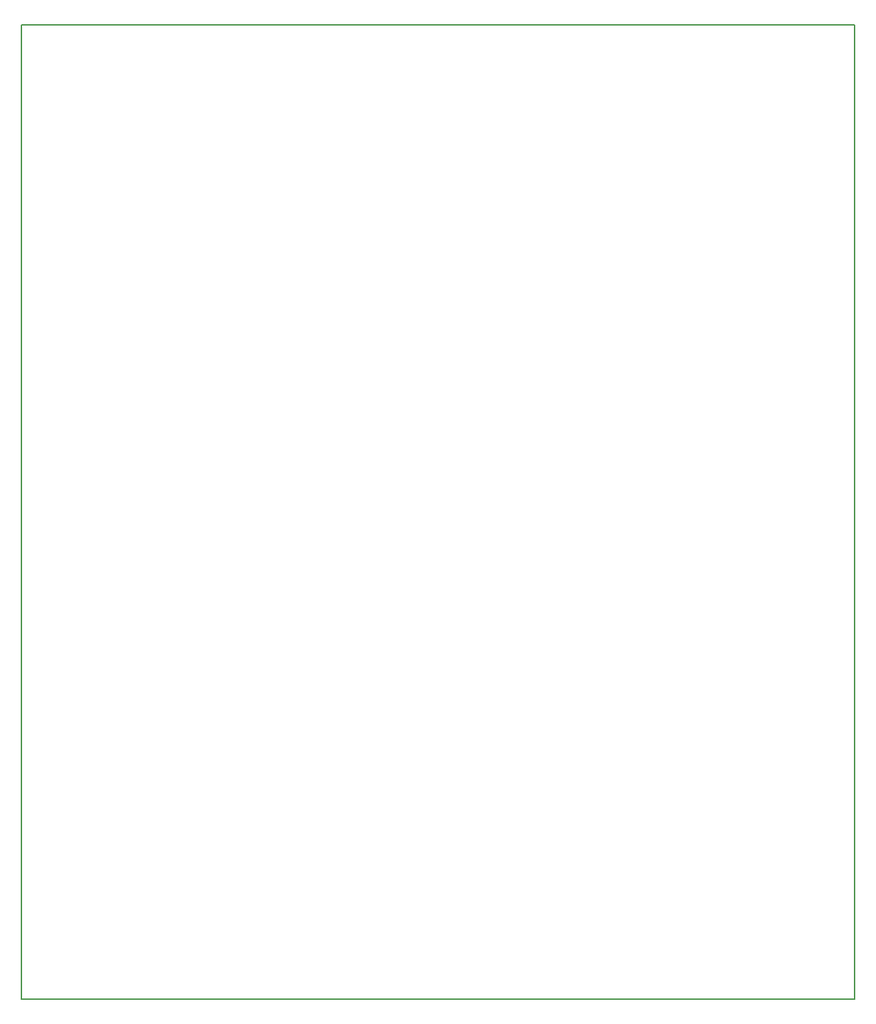
<source format=gbr>
G04 #@! TF.GenerationSoftware,KiCad,Pcbnew,5.1.5+dfsg1-2*
G04 #@! TF.CreationDate,2020-02-03T22:03:11+00:00*
G04 #@! TF.ProjectId,arduino_duo_shield,61726475-696e-46f5-9f64-756f5f736869,rev?*
G04 #@! TF.SameCoordinates,PX6258c20PY7445a00*
G04 #@! TF.FileFunction,Other,User*
%FSLAX46Y46*%
G04 Gerber Fmt 4.6, Leading zero omitted, Abs format (unit mm)*
G04 Created by KiCad (PCBNEW 5.1.5+dfsg1-2) date 2020-02-03 22:03:11*
%MOMM*%
%LPD*%
G04 APERTURE LIST*
%ADD10C,0.150000*%
G04 APERTURE END LIST*
D10*
X0Y-27940000D02*
X0Y91440000D01*
X102108000Y-27940000D02*
X0Y-27940000D01*
X102108000Y91440000D02*
X102108000Y-27940000D01*
X0Y91440000D02*
X102108000Y91440000D01*
M02*

</source>
